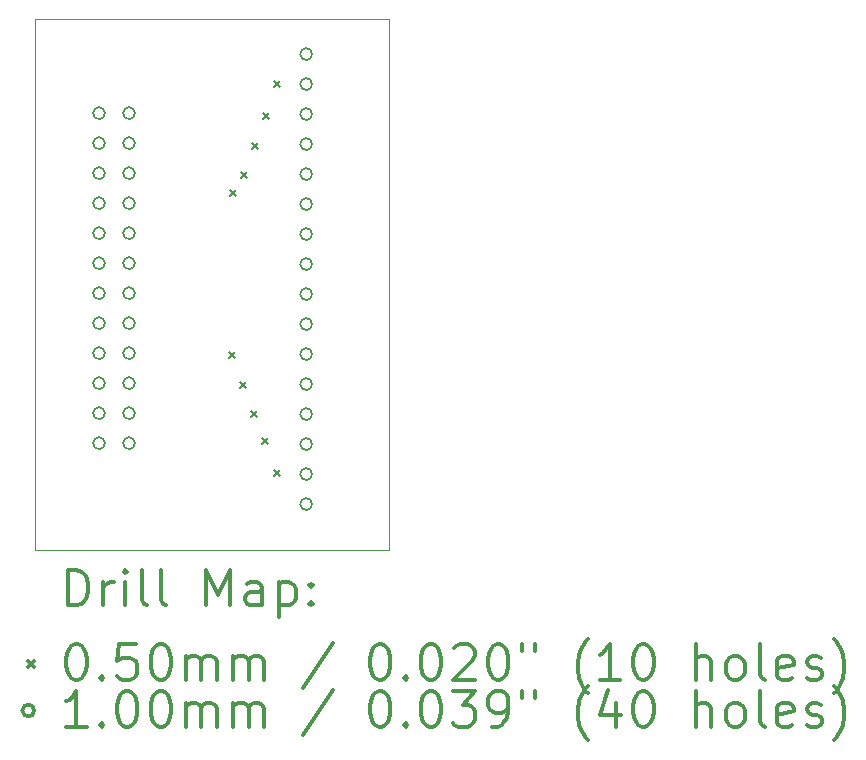
<source format=gbr>
%FSLAX45Y45*%
G04 Gerber Fmt 4.5, Leading zero omitted, Abs format (unit mm)*
G04 Created by KiCad (PCBNEW (5.1.2-1)-1) date 2020-02-14 00:00:29*
%MOMM*%
%LPD*%
G04 APERTURE LIST*
%ADD10C,0.050000*%
%ADD11C,0.200000*%
%ADD12C,0.300000*%
G04 APERTURE END LIST*
D10*
X1200000Y-5700000D02*
X1200000Y-1200000D01*
X4200000Y-5700000D02*
X1200000Y-5700000D01*
X4200000Y-1200000D02*
X4200000Y-5700000D01*
X1200000Y-1200000D02*
X4200000Y-1200000D01*
D11*
X2844980Y-4025000D02*
X2894980Y-4075000D01*
X2894980Y-4025000D02*
X2844980Y-4075000D01*
X2858300Y-2650234D02*
X2908300Y-2700234D01*
X2908300Y-2650234D02*
X2858300Y-2700234D01*
X2938320Y-4275000D02*
X2988320Y-4325000D01*
X2988320Y-4275000D02*
X2938320Y-4325000D01*
X2951640Y-2500000D02*
X3001640Y-2550000D01*
X3001640Y-2500000D02*
X2951640Y-2550000D01*
X3031660Y-4525000D02*
X3081660Y-4575000D01*
X3081660Y-4525000D02*
X3031660Y-4575000D01*
X3044980Y-2250000D02*
X3094980Y-2300000D01*
X3094980Y-2250000D02*
X3044980Y-2300000D01*
X3125000Y-4750000D02*
X3175000Y-4800000D01*
X3175000Y-4750000D02*
X3125000Y-4800000D01*
X3138320Y-2000000D02*
X3188320Y-2050000D01*
X3188320Y-2000000D02*
X3138320Y-2050000D01*
X3225000Y-5025000D02*
X3275000Y-5075000D01*
X3275000Y-5025000D02*
X3225000Y-5075000D01*
X3231660Y-1725000D02*
X3281660Y-1775000D01*
X3281660Y-1725000D02*
X3231660Y-1775000D01*
X1796000Y-2000000D02*
G75*
G03X1796000Y-2000000I-50000J0D01*
G01*
X1796000Y-2254000D02*
G75*
G03X1796000Y-2254000I-50000J0D01*
G01*
X1796000Y-2508000D02*
G75*
G03X1796000Y-2508000I-50000J0D01*
G01*
X1796000Y-2762000D02*
G75*
G03X1796000Y-2762000I-50000J0D01*
G01*
X1796000Y-3016000D02*
G75*
G03X1796000Y-3016000I-50000J0D01*
G01*
X1796000Y-3270000D02*
G75*
G03X1796000Y-3270000I-50000J0D01*
G01*
X1796000Y-3524000D02*
G75*
G03X1796000Y-3524000I-50000J0D01*
G01*
X1796000Y-3778000D02*
G75*
G03X1796000Y-3778000I-50000J0D01*
G01*
X1796000Y-4032000D02*
G75*
G03X1796000Y-4032000I-50000J0D01*
G01*
X1796000Y-4286000D02*
G75*
G03X1796000Y-4286000I-50000J0D01*
G01*
X1796000Y-4540000D02*
G75*
G03X1796000Y-4540000I-50000J0D01*
G01*
X1796000Y-4794000D02*
G75*
G03X1796000Y-4794000I-50000J0D01*
G01*
X2050000Y-2000000D02*
G75*
G03X2050000Y-2000000I-50000J0D01*
G01*
X2050000Y-2254000D02*
G75*
G03X2050000Y-2254000I-50000J0D01*
G01*
X2050000Y-2508000D02*
G75*
G03X2050000Y-2508000I-50000J0D01*
G01*
X2050000Y-2762000D02*
G75*
G03X2050000Y-2762000I-50000J0D01*
G01*
X2050000Y-3016000D02*
G75*
G03X2050000Y-3016000I-50000J0D01*
G01*
X2050000Y-3270000D02*
G75*
G03X2050000Y-3270000I-50000J0D01*
G01*
X2050000Y-3524000D02*
G75*
G03X2050000Y-3524000I-50000J0D01*
G01*
X2050000Y-3778000D02*
G75*
G03X2050000Y-3778000I-50000J0D01*
G01*
X2050000Y-4032000D02*
G75*
G03X2050000Y-4032000I-50000J0D01*
G01*
X2050000Y-4286000D02*
G75*
G03X2050000Y-4286000I-50000J0D01*
G01*
X2050000Y-4540000D02*
G75*
G03X2050000Y-4540000I-50000J0D01*
G01*
X2050000Y-4794000D02*
G75*
G03X2050000Y-4794000I-50000J0D01*
G01*
X3550000Y-1500000D02*
G75*
G03X3550000Y-1500000I-50000J0D01*
G01*
X3550000Y-1754000D02*
G75*
G03X3550000Y-1754000I-50000J0D01*
G01*
X3550000Y-2008000D02*
G75*
G03X3550000Y-2008000I-50000J0D01*
G01*
X3550000Y-2262000D02*
G75*
G03X3550000Y-2262000I-50000J0D01*
G01*
X3550000Y-2516000D02*
G75*
G03X3550000Y-2516000I-50000J0D01*
G01*
X3550000Y-2770000D02*
G75*
G03X3550000Y-2770000I-50000J0D01*
G01*
X3550000Y-3024000D02*
G75*
G03X3550000Y-3024000I-50000J0D01*
G01*
X3550000Y-3278000D02*
G75*
G03X3550000Y-3278000I-50000J0D01*
G01*
X3550000Y-3532000D02*
G75*
G03X3550000Y-3532000I-50000J0D01*
G01*
X3550000Y-3786000D02*
G75*
G03X3550000Y-3786000I-50000J0D01*
G01*
X3550000Y-4040000D02*
G75*
G03X3550000Y-4040000I-50000J0D01*
G01*
X3550000Y-4294000D02*
G75*
G03X3550000Y-4294000I-50000J0D01*
G01*
X3550000Y-4548000D02*
G75*
G03X3550000Y-4548000I-50000J0D01*
G01*
X3550000Y-4802000D02*
G75*
G03X3550000Y-4802000I-50000J0D01*
G01*
X3550000Y-5056000D02*
G75*
G03X3550000Y-5056000I-50000J0D01*
G01*
X3550000Y-5310000D02*
G75*
G03X3550000Y-5310000I-50000J0D01*
G01*
D12*
X1483928Y-6168214D02*
X1483928Y-5868214D01*
X1555357Y-5868214D01*
X1598214Y-5882500D01*
X1626786Y-5911071D01*
X1641071Y-5939643D01*
X1655357Y-5996786D01*
X1655357Y-6039643D01*
X1641071Y-6096786D01*
X1626786Y-6125357D01*
X1598214Y-6153929D01*
X1555357Y-6168214D01*
X1483928Y-6168214D01*
X1783928Y-6168214D02*
X1783928Y-5968214D01*
X1783928Y-6025357D02*
X1798214Y-5996786D01*
X1812500Y-5982500D01*
X1841071Y-5968214D01*
X1869643Y-5968214D01*
X1969643Y-6168214D02*
X1969643Y-5968214D01*
X1969643Y-5868214D02*
X1955357Y-5882500D01*
X1969643Y-5896786D01*
X1983928Y-5882500D01*
X1969643Y-5868214D01*
X1969643Y-5896786D01*
X2155357Y-6168214D02*
X2126786Y-6153929D01*
X2112500Y-6125357D01*
X2112500Y-5868214D01*
X2312500Y-6168214D02*
X2283928Y-6153929D01*
X2269643Y-6125357D01*
X2269643Y-5868214D01*
X2655357Y-6168214D02*
X2655357Y-5868214D01*
X2755357Y-6082500D01*
X2855357Y-5868214D01*
X2855357Y-6168214D01*
X3126786Y-6168214D02*
X3126786Y-6011071D01*
X3112500Y-5982500D01*
X3083928Y-5968214D01*
X3026786Y-5968214D01*
X2998214Y-5982500D01*
X3126786Y-6153929D02*
X3098214Y-6168214D01*
X3026786Y-6168214D01*
X2998214Y-6153929D01*
X2983928Y-6125357D01*
X2983928Y-6096786D01*
X2998214Y-6068214D01*
X3026786Y-6053929D01*
X3098214Y-6053929D01*
X3126786Y-6039643D01*
X3269643Y-5968214D02*
X3269643Y-6268214D01*
X3269643Y-5982500D02*
X3298214Y-5968214D01*
X3355357Y-5968214D01*
X3383928Y-5982500D01*
X3398214Y-5996786D01*
X3412500Y-6025357D01*
X3412500Y-6111071D01*
X3398214Y-6139643D01*
X3383928Y-6153929D01*
X3355357Y-6168214D01*
X3298214Y-6168214D01*
X3269643Y-6153929D01*
X3541071Y-6139643D02*
X3555357Y-6153929D01*
X3541071Y-6168214D01*
X3526786Y-6153929D01*
X3541071Y-6139643D01*
X3541071Y-6168214D01*
X3541071Y-5982500D02*
X3555357Y-5996786D01*
X3541071Y-6011071D01*
X3526786Y-5996786D01*
X3541071Y-5982500D01*
X3541071Y-6011071D01*
X1147500Y-6637500D02*
X1197500Y-6687500D01*
X1197500Y-6637500D02*
X1147500Y-6687500D01*
X1541071Y-6498214D02*
X1569643Y-6498214D01*
X1598214Y-6512500D01*
X1612500Y-6526786D01*
X1626786Y-6555357D01*
X1641071Y-6612500D01*
X1641071Y-6683929D01*
X1626786Y-6741071D01*
X1612500Y-6769643D01*
X1598214Y-6783929D01*
X1569643Y-6798214D01*
X1541071Y-6798214D01*
X1512500Y-6783929D01*
X1498214Y-6769643D01*
X1483928Y-6741071D01*
X1469643Y-6683929D01*
X1469643Y-6612500D01*
X1483928Y-6555357D01*
X1498214Y-6526786D01*
X1512500Y-6512500D01*
X1541071Y-6498214D01*
X1769643Y-6769643D02*
X1783928Y-6783929D01*
X1769643Y-6798214D01*
X1755357Y-6783929D01*
X1769643Y-6769643D01*
X1769643Y-6798214D01*
X2055357Y-6498214D02*
X1912500Y-6498214D01*
X1898214Y-6641071D01*
X1912500Y-6626786D01*
X1941071Y-6612500D01*
X2012500Y-6612500D01*
X2041071Y-6626786D01*
X2055357Y-6641071D01*
X2069643Y-6669643D01*
X2069643Y-6741071D01*
X2055357Y-6769643D01*
X2041071Y-6783929D01*
X2012500Y-6798214D01*
X1941071Y-6798214D01*
X1912500Y-6783929D01*
X1898214Y-6769643D01*
X2255357Y-6498214D02*
X2283928Y-6498214D01*
X2312500Y-6512500D01*
X2326786Y-6526786D01*
X2341071Y-6555357D01*
X2355357Y-6612500D01*
X2355357Y-6683929D01*
X2341071Y-6741071D01*
X2326786Y-6769643D01*
X2312500Y-6783929D01*
X2283928Y-6798214D01*
X2255357Y-6798214D01*
X2226786Y-6783929D01*
X2212500Y-6769643D01*
X2198214Y-6741071D01*
X2183928Y-6683929D01*
X2183928Y-6612500D01*
X2198214Y-6555357D01*
X2212500Y-6526786D01*
X2226786Y-6512500D01*
X2255357Y-6498214D01*
X2483928Y-6798214D02*
X2483928Y-6598214D01*
X2483928Y-6626786D02*
X2498214Y-6612500D01*
X2526786Y-6598214D01*
X2569643Y-6598214D01*
X2598214Y-6612500D01*
X2612500Y-6641071D01*
X2612500Y-6798214D01*
X2612500Y-6641071D02*
X2626786Y-6612500D01*
X2655357Y-6598214D01*
X2698214Y-6598214D01*
X2726786Y-6612500D01*
X2741071Y-6641071D01*
X2741071Y-6798214D01*
X2883928Y-6798214D02*
X2883928Y-6598214D01*
X2883928Y-6626786D02*
X2898214Y-6612500D01*
X2926786Y-6598214D01*
X2969643Y-6598214D01*
X2998214Y-6612500D01*
X3012500Y-6641071D01*
X3012500Y-6798214D01*
X3012500Y-6641071D02*
X3026786Y-6612500D01*
X3055357Y-6598214D01*
X3098214Y-6598214D01*
X3126786Y-6612500D01*
X3141071Y-6641071D01*
X3141071Y-6798214D01*
X3726786Y-6483929D02*
X3469643Y-6869643D01*
X4112500Y-6498214D02*
X4141071Y-6498214D01*
X4169643Y-6512500D01*
X4183928Y-6526786D01*
X4198214Y-6555357D01*
X4212500Y-6612500D01*
X4212500Y-6683929D01*
X4198214Y-6741071D01*
X4183928Y-6769643D01*
X4169643Y-6783929D01*
X4141071Y-6798214D01*
X4112500Y-6798214D01*
X4083928Y-6783929D01*
X4069643Y-6769643D01*
X4055357Y-6741071D01*
X4041071Y-6683929D01*
X4041071Y-6612500D01*
X4055357Y-6555357D01*
X4069643Y-6526786D01*
X4083928Y-6512500D01*
X4112500Y-6498214D01*
X4341071Y-6769643D02*
X4355357Y-6783929D01*
X4341071Y-6798214D01*
X4326786Y-6783929D01*
X4341071Y-6769643D01*
X4341071Y-6798214D01*
X4541071Y-6498214D02*
X4569643Y-6498214D01*
X4598214Y-6512500D01*
X4612500Y-6526786D01*
X4626786Y-6555357D01*
X4641071Y-6612500D01*
X4641071Y-6683929D01*
X4626786Y-6741071D01*
X4612500Y-6769643D01*
X4598214Y-6783929D01*
X4569643Y-6798214D01*
X4541071Y-6798214D01*
X4512500Y-6783929D01*
X4498214Y-6769643D01*
X4483928Y-6741071D01*
X4469643Y-6683929D01*
X4469643Y-6612500D01*
X4483928Y-6555357D01*
X4498214Y-6526786D01*
X4512500Y-6512500D01*
X4541071Y-6498214D01*
X4755357Y-6526786D02*
X4769643Y-6512500D01*
X4798214Y-6498214D01*
X4869643Y-6498214D01*
X4898214Y-6512500D01*
X4912500Y-6526786D01*
X4926786Y-6555357D01*
X4926786Y-6583929D01*
X4912500Y-6626786D01*
X4741071Y-6798214D01*
X4926786Y-6798214D01*
X5112500Y-6498214D02*
X5141071Y-6498214D01*
X5169643Y-6512500D01*
X5183928Y-6526786D01*
X5198214Y-6555357D01*
X5212500Y-6612500D01*
X5212500Y-6683929D01*
X5198214Y-6741071D01*
X5183928Y-6769643D01*
X5169643Y-6783929D01*
X5141071Y-6798214D01*
X5112500Y-6798214D01*
X5083928Y-6783929D01*
X5069643Y-6769643D01*
X5055357Y-6741071D01*
X5041071Y-6683929D01*
X5041071Y-6612500D01*
X5055357Y-6555357D01*
X5069643Y-6526786D01*
X5083928Y-6512500D01*
X5112500Y-6498214D01*
X5326786Y-6498214D02*
X5326786Y-6555357D01*
X5441071Y-6498214D02*
X5441071Y-6555357D01*
X5883928Y-6912500D02*
X5869643Y-6898214D01*
X5841071Y-6855357D01*
X5826786Y-6826786D01*
X5812500Y-6783929D01*
X5798214Y-6712500D01*
X5798214Y-6655357D01*
X5812500Y-6583929D01*
X5826786Y-6541071D01*
X5841071Y-6512500D01*
X5869643Y-6469643D01*
X5883928Y-6455357D01*
X6155357Y-6798214D02*
X5983928Y-6798214D01*
X6069643Y-6798214D02*
X6069643Y-6498214D01*
X6041071Y-6541071D01*
X6012500Y-6569643D01*
X5983928Y-6583929D01*
X6341071Y-6498214D02*
X6369643Y-6498214D01*
X6398214Y-6512500D01*
X6412500Y-6526786D01*
X6426786Y-6555357D01*
X6441071Y-6612500D01*
X6441071Y-6683929D01*
X6426786Y-6741071D01*
X6412500Y-6769643D01*
X6398214Y-6783929D01*
X6369643Y-6798214D01*
X6341071Y-6798214D01*
X6312500Y-6783929D01*
X6298214Y-6769643D01*
X6283928Y-6741071D01*
X6269643Y-6683929D01*
X6269643Y-6612500D01*
X6283928Y-6555357D01*
X6298214Y-6526786D01*
X6312500Y-6512500D01*
X6341071Y-6498214D01*
X6798214Y-6798214D02*
X6798214Y-6498214D01*
X6926786Y-6798214D02*
X6926786Y-6641071D01*
X6912500Y-6612500D01*
X6883928Y-6598214D01*
X6841071Y-6598214D01*
X6812500Y-6612500D01*
X6798214Y-6626786D01*
X7112500Y-6798214D02*
X7083928Y-6783929D01*
X7069643Y-6769643D01*
X7055357Y-6741071D01*
X7055357Y-6655357D01*
X7069643Y-6626786D01*
X7083928Y-6612500D01*
X7112500Y-6598214D01*
X7155357Y-6598214D01*
X7183928Y-6612500D01*
X7198214Y-6626786D01*
X7212500Y-6655357D01*
X7212500Y-6741071D01*
X7198214Y-6769643D01*
X7183928Y-6783929D01*
X7155357Y-6798214D01*
X7112500Y-6798214D01*
X7383928Y-6798214D02*
X7355357Y-6783929D01*
X7341071Y-6755357D01*
X7341071Y-6498214D01*
X7612500Y-6783929D02*
X7583928Y-6798214D01*
X7526786Y-6798214D01*
X7498214Y-6783929D01*
X7483928Y-6755357D01*
X7483928Y-6641071D01*
X7498214Y-6612500D01*
X7526786Y-6598214D01*
X7583928Y-6598214D01*
X7612500Y-6612500D01*
X7626786Y-6641071D01*
X7626786Y-6669643D01*
X7483928Y-6698214D01*
X7741071Y-6783929D02*
X7769643Y-6798214D01*
X7826786Y-6798214D01*
X7855357Y-6783929D01*
X7869643Y-6755357D01*
X7869643Y-6741071D01*
X7855357Y-6712500D01*
X7826786Y-6698214D01*
X7783928Y-6698214D01*
X7755357Y-6683929D01*
X7741071Y-6655357D01*
X7741071Y-6641071D01*
X7755357Y-6612500D01*
X7783928Y-6598214D01*
X7826786Y-6598214D01*
X7855357Y-6612500D01*
X7969643Y-6912500D02*
X7983928Y-6898214D01*
X8012500Y-6855357D01*
X8026786Y-6826786D01*
X8041071Y-6783929D01*
X8055357Y-6712500D01*
X8055357Y-6655357D01*
X8041071Y-6583929D01*
X8026786Y-6541071D01*
X8012500Y-6512500D01*
X7983928Y-6469643D01*
X7969643Y-6455357D01*
X1197500Y-7058500D02*
G75*
G03X1197500Y-7058500I-50000J0D01*
G01*
X1641071Y-7194214D02*
X1469643Y-7194214D01*
X1555357Y-7194214D02*
X1555357Y-6894214D01*
X1526786Y-6937071D01*
X1498214Y-6965643D01*
X1469643Y-6979929D01*
X1769643Y-7165643D02*
X1783928Y-7179929D01*
X1769643Y-7194214D01*
X1755357Y-7179929D01*
X1769643Y-7165643D01*
X1769643Y-7194214D01*
X1969643Y-6894214D02*
X1998214Y-6894214D01*
X2026786Y-6908500D01*
X2041071Y-6922786D01*
X2055357Y-6951357D01*
X2069643Y-7008500D01*
X2069643Y-7079929D01*
X2055357Y-7137071D01*
X2041071Y-7165643D01*
X2026786Y-7179929D01*
X1998214Y-7194214D01*
X1969643Y-7194214D01*
X1941071Y-7179929D01*
X1926786Y-7165643D01*
X1912500Y-7137071D01*
X1898214Y-7079929D01*
X1898214Y-7008500D01*
X1912500Y-6951357D01*
X1926786Y-6922786D01*
X1941071Y-6908500D01*
X1969643Y-6894214D01*
X2255357Y-6894214D02*
X2283928Y-6894214D01*
X2312500Y-6908500D01*
X2326786Y-6922786D01*
X2341071Y-6951357D01*
X2355357Y-7008500D01*
X2355357Y-7079929D01*
X2341071Y-7137071D01*
X2326786Y-7165643D01*
X2312500Y-7179929D01*
X2283928Y-7194214D01*
X2255357Y-7194214D01*
X2226786Y-7179929D01*
X2212500Y-7165643D01*
X2198214Y-7137071D01*
X2183928Y-7079929D01*
X2183928Y-7008500D01*
X2198214Y-6951357D01*
X2212500Y-6922786D01*
X2226786Y-6908500D01*
X2255357Y-6894214D01*
X2483928Y-7194214D02*
X2483928Y-6994214D01*
X2483928Y-7022786D02*
X2498214Y-7008500D01*
X2526786Y-6994214D01*
X2569643Y-6994214D01*
X2598214Y-7008500D01*
X2612500Y-7037071D01*
X2612500Y-7194214D01*
X2612500Y-7037071D02*
X2626786Y-7008500D01*
X2655357Y-6994214D01*
X2698214Y-6994214D01*
X2726786Y-7008500D01*
X2741071Y-7037071D01*
X2741071Y-7194214D01*
X2883928Y-7194214D02*
X2883928Y-6994214D01*
X2883928Y-7022786D02*
X2898214Y-7008500D01*
X2926786Y-6994214D01*
X2969643Y-6994214D01*
X2998214Y-7008500D01*
X3012500Y-7037071D01*
X3012500Y-7194214D01*
X3012500Y-7037071D02*
X3026786Y-7008500D01*
X3055357Y-6994214D01*
X3098214Y-6994214D01*
X3126786Y-7008500D01*
X3141071Y-7037071D01*
X3141071Y-7194214D01*
X3726786Y-6879929D02*
X3469643Y-7265643D01*
X4112500Y-6894214D02*
X4141071Y-6894214D01*
X4169643Y-6908500D01*
X4183928Y-6922786D01*
X4198214Y-6951357D01*
X4212500Y-7008500D01*
X4212500Y-7079929D01*
X4198214Y-7137071D01*
X4183928Y-7165643D01*
X4169643Y-7179929D01*
X4141071Y-7194214D01*
X4112500Y-7194214D01*
X4083928Y-7179929D01*
X4069643Y-7165643D01*
X4055357Y-7137071D01*
X4041071Y-7079929D01*
X4041071Y-7008500D01*
X4055357Y-6951357D01*
X4069643Y-6922786D01*
X4083928Y-6908500D01*
X4112500Y-6894214D01*
X4341071Y-7165643D02*
X4355357Y-7179929D01*
X4341071Y-7194214D01*
X4326786Y-7179929D01*
X4341071Y-7165643D01*
X4341071Y-7194214D01*
X4541071Y-6894214D02*
X4569643Y-6894214D01*
X4598214Y-6908500D01*
X4612500Y-6922786D01*
X4626786Y-6951357D01*
X4641071Y-7008500D01*
X4641071Y-7079929D01*
X4626786Y-7137071D01*
X4612500Y-7165643D01*
X4598214Y-7179929D01*
X4569643Y-7194214D01*
X4541071Y-7194214D01*
X4512500Y-7179929D01*
X4498214Y-7165643D01*
X4483928Y-7137071D01*
X4469643Y-7079929D01*
X4469643Y-7008500D01*
X4483928Y-6951357D01*
X4498214Y-6922786D01*
X4512500Y-6908500D01*
X4541071Y-6894214D01*
X4741071Y-6894214D02*
X4926786Y-6894214D01*
X4826786Y-7008500D01*
X4869643Y-7008500D01*
X4898214Y-7022786D01*
X4912500Y-7037071D01*
X4926786Y-7065643D01*
X4926786Y-7137071D01*
X4912500Y-7165643D01*
X4898214Y-7179929D01*
X4869643Y-7194214D01*
X4783928Y-7194214D01*
X4755357Y-7179929D01*
X4741071Y-7165643D01*
X5069643Y-7194214D02*
X5126786Y-7194214D01*
X5155357Y-7179929D01*
X5169643Y-7165643D01*
X5198214Y-7122786D01*
X5212500Y-7065643D01*
X5212500Y-6951357D01*
X5198214Y-6922786D01*
X5183928Y-6908500D01*
X5155357Y-6894214D01*
X5098214Y-6894214D01*
X5069643Y-6908500D01*
X5055357Y-6922786D01*
X5041071Y-6951357D01*
X5041071Y-7022786D01*
X5055357Y-7051357D01*
X5069643Y-7065643D01*
X5098214Y-7079929D01*
X5155357Y-7079929D01*
X5183928Y-7065643D01*
X5198214Y-7051357D01*
X5212500Y-7022786D01*
X5326786Y-6894214D02*
X5326786Y-6951357D01*
X5441071Y-6894214D02*
X5441071Y-6951357D01*
X5883928Y-7308500D02*
X5869643Y-7294214D01*
X5841071Y-7251357D01*
X5826786Y-7222786D01*
X5812500Y-7179929D01*
X5798214Y-7108500D01*
X5798214Y-7051357D01*
X5812500Y-6979929D01*
X5826786Y-6937071D01*
X5841071Y-6908500D01*
X5869643Y-6865643D01*
X5883928Y-6851357D01*
X6126786Y-6994214D02*
X6126786Y-7194214D01*
X6055357Y-6879929D02*
X5983928Y-7094214D01*
X6169643Y-7094214D01*
X6341071Y-6894214D02*
X6369643Y-6894214D01*
X6398214Y-6908500D01*
X6412500Y-6922786D01*
X6426786Y-6951357D01*
X6441071Y-7008500D01*
X6441071Y-7079929D01*
X6426786Y-7137071D01*
X6412500Y-7165643D01*
X6398214Y-7179929D01*
X6369643Y-7194214D01*
X6341071Y-7194214D01*
X6312500Y-7179929D01*
X6298214Y-7165643D01*
X6283928Y-7137071D01*
X6269643Y-7079929D01*
X6269643Y-7008500D01*
X6283928Y-6951357D01*
X6298214Y-6922786D01*
X6312500Y-6908500D01*
X6341071Y-6894214D01*
X6798214Y-7194214D02*
X6798214Y-6894214D01*
X6926786Y-7194214D02*
X6926786Y-7037071D01*
X6912500Y-7008500D01*
X6883928Y-6994214D01*
X6841071Y-6994214D01*
X6812500Y-7008500D01*
X6798214Y-7022786D01*
X7112500Y-7194214D02*
X7083928Y-7179929D01*
X7069643Y-7165643D01*
X7055357Y-7137071D01*
X7055357Y-7051357D01*
X7069643Y-7022786D01*
X7083928Y-7008500D01*
X7112500Y-6994214D01*
X7155357Y-6994214D01*
X7183928Y-7008500D01*
X7198214Y-7022786D01*
X7212500Y-7051357D01*
X7212500Y-7137071D01*
X7198214Y-7165643D01*
X7183928Y-7179929D01*
X7155357Y-7194214D01*
X7112500Y-7194214D01*
X7383928Y-7194214D02*
X7355357Y-7179929D01*
X7341071Y-7151357D01*
X7341071Y-6894214D01*
X7612500Y-7179929D02*
X7583928Y-7194214D01*
X7526786Y-7194214D01*
X7498214Y-7179929D01*
X7483928Y-7151357D01*
X7483928Y-7037071D01*
X7498214Y-7008500D01*
X7526786Y-6994214D01*
X7583928Y-6994214D01*
X7612500Y-7008500D01*
X7626786Y-7037071D01*
X7626786Y-7065643D01*
X7483928Y-7094214D01*
X7741071Y-7179929D02*
X7769643Y-7194214D01*
X7826786Y-7194214D01*
X7855357Y-7179929D01*
X7869643Y-7151357D01*
X7869643Y-7137071D01*
X7855357Y-7108500D01*
X7826786Y-7094214D01*
X7783928Y-7094214D01*
X7755357Y-7079929D01*
X7741071Y-7051357D01*
X7741071Y-7037071D01*
X7755357Y-7008500D01*
X7783928Y-6994214D01*
X7826786Y-6994214D01*
X7855357Y-7008500D01*
X7969643Y-7308500D02*
X7983928Y-7294214D01*
X8012500Y-7251357D01*
X8026786Y-7222786D01*
X8041071Y-7179929D01*
X8055357Y-7108500D01*
X8055357Y-7051357D01*
X8041071Y-6979929D01*
X8026786Y-6937071D01*
X8012500Y-6908500D01*
X7983928Y-6865643D01*
X7969643Y-6851357D01*
M02*

</source>
